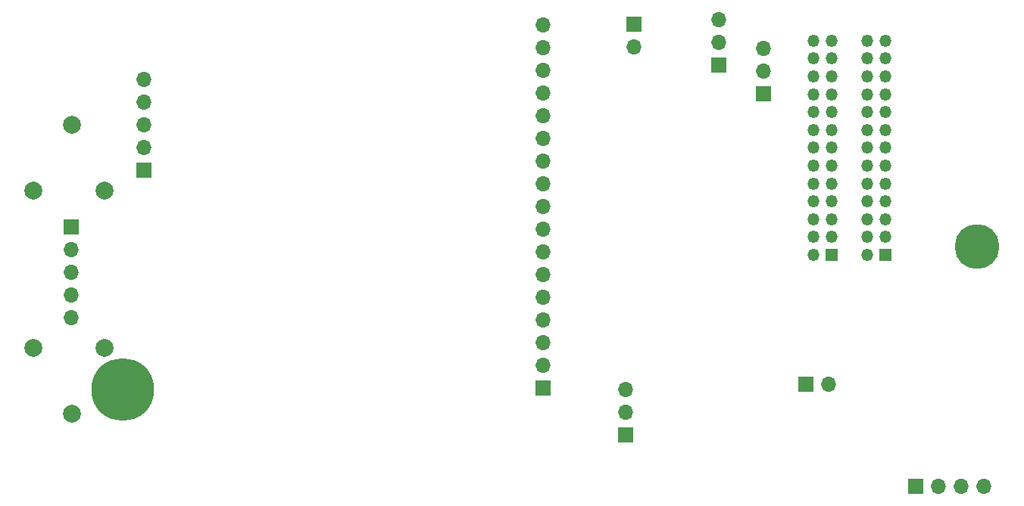
<source format=gbr>
%TF.GenerationSoftware,KiCad,Pcbnew,8.0.8+dfsg-1*%
%TF.CreationDate,2025-02-21T17:29:10+00:00*%
%TF.ProjectId,a4_to_adf10_econet,61345f74-6f5f-4616-9466-31305f65636f,rev?*%
%TF.SameCoordinates,Original*%
%TF.FileFunction,Soldermask,Bot*%
%TF.FilePolarity,Negative*%
%FSLAX46Y46*%
G04 Gerber Fmt 4.6, Leading zero omitted, Abs format (unit mm)*
G04 Created by KiCad (PCBNEW 8.0.8+dfsg-1) date 2025-02-21 17:29:10*
%MOMM*%
%LPD*%
G01*
G04 APERTURE LIST*
%ADD10O,1.700000X1.700000*%
%ADD11R,1.700000X1.700000*%
%ADD12O,1.350000X1.350000*%
%ADD13R,1.350000X1.350000*%
%ADD14C,2.000000*%
%ADD15C,3.900000*%
%ADD16C,7.000000*%
%ADD17C,2.900000*%
%ADD18C,5.000000*%
G04 APERTURE END LIST*
D10*
%TO.C,J11*%
X79600000Y-24320000D03*
X79600000Y-26860000D03*
D11*
X79600000Y-29400000D03*
%TD*%
%TO.C,J10*%
X7200000Y-47560000D03*
D10*
X7200000Y-50100000D03*
X7200000Y-52640000D03*
X7200000Y-55180000D03*
X7200000Y-57720000D03*
%TD*%
D11*
%TO.C,J9*%
X70150000Y-24875000D03*
D10*
X70150000Y-27415000D03*
%TD*%
%TO.C,J8*%
X91905000Y-65180000D03*
D11*
X89365000Y-65180000D03*
%TD*%
D12*
%TO.C,J2*%
X90200000Y-26700000D03*
X92200000Y-26700000D03*
X90200000Y-28700000D03*
X92200000Y-28700000D03*
X90200000Y-30700000D03*
X92200000Y-30700000D03*
X90200000Y-32700000D03*
X92200000Y-32700000D03*
X90200000Y-34700000D03*
X92200000Y-34700000D03*
X90200000Y-36700000D03*
X92200000Y-36700000D03*
X90200000Y-38700000D03*
X92200000Y-38700000D03*
X90200000Y-40700000D03*
X92200000Y-40700000D03*
X90200000Y-42700000D03*
X92200000Y-42700000D03*
X90200000Y-44700000D03*
X92200000Y-44700000D03*
X90200000Y-46700000D03*
X92200000Y-46700000D03*
X90200000Y-48700000D03*
X92200000Y-48700000D03*
X90200000Y-50700000D03*
D13*
X92200000Y-50700000D03*
%TD*%
D14*
%TO.C,MH5*%
X11000000Y-61100000D03*
%TD*%
D15*
%TO.C,H2*%
X13000000Y-65800000D03*
D16*
X13000000Y-65800000D03*
%TD*%
D11*
%TO.C,J6*%
X69250000Y-70830000D03*
D10*
X69250000Y-68290000D03*
X69250000Y-65750000D03*
%TD*%
D11*
%TO.C,J7*%
X101620000Y-76600000D03*
D10*
X104160000Y-76600000D03*
X106700000Y-76600000D03*
X109240000Y-76600000D03*
%TD*%
D17*
%TO.C,H1*%
X108500000Y-49800000D03*
D18*
X108500000Y-49800000D03*
%TD*%
D13*
%TO.C,J1*%
X98250000Y-50700000D03*
D12*
X96250000Y-50700000D03*
X98250000Y-48700000D03*
X96250000Y-48700000D03*
X98250000Y-46700000D03*
X96250000Y-46700000D03*
X98250000Y-44700000D03*
X96250000Y-44700000D03*
X98250000Y-42700000D03*
X96250000Y-42700000D03*
X98250000Y-40700000D03*
X96250000Y-40700000D03*
X98250000Y-38700000D03*
X96250000Y-38700000D03*
X98250000Y-36700000D03*
X96250000Y-36700000D03*
X98250000Y-34700000D03*
X96250000Y-34700000D03*
X98250000Y-32700000D03*
X96250000Y-32700000D03*
X98250000Y-30700000D03*
X96250000Y-30700000D03*
X98250000Y-28700000D03*
X96250000Y-28700000D03*
X98250000Y-26700000D03*
X96250000Y-26700000D03*
%TD*%
D14*
%TO.C,MH2*%
X3000000Y-43500000D03*
%TD*%
%TO.C,MH4*%
X3000000Y-61100000D03*
%TD*%
%TO.C,MH3*%
X11000000Y-43500000D03*
%TD*%
D10*
%TO.C,J4*%
X59980000Y-24990000D03*
X59980000Y-27530000D03*
X59980000Y-30070000D03*
X59980000Y-32610000D03*
X59980000Y-35150000D03*
X59980000Y-37690000D03*
X59980000Y-40230000D03*
X59980000Y-42770000D03*
X59980000Y-45310000D03*
X59980000Y-47850000D03*
X59980000Y-50390000D03*
X59980000Y-52930000D03*
X59980000Y-55470000D03*
X59980000Y-58010000D03*
X59980000Y-60550000D03*
X59980000Y-63090000D03*
D11*
X59980000Y-65630000D03*
%TD*%
D14*
%TO.C,MH1*%
X7300000Y-36100000D03*
%TD*%
D11*
%TO.C,J5*%
X84600000Y-32640000D03*
D10*
X84600000Y-30100000D03*
X84600000Y-27560000D03*
%TD*%
D14*
%TO.C,MH6*%
X7300000Y-68500000D03*
%TD*%
D11*
%TO.C,J3*%
X15400000Y-41200000D03*
D10*
X15400000Y-38660000D03*
X15400000Y-36120000D03*
X15400000Y-33580000D03*
X15400000Y-31040000D03*
%TD*%
M02*

</source>
